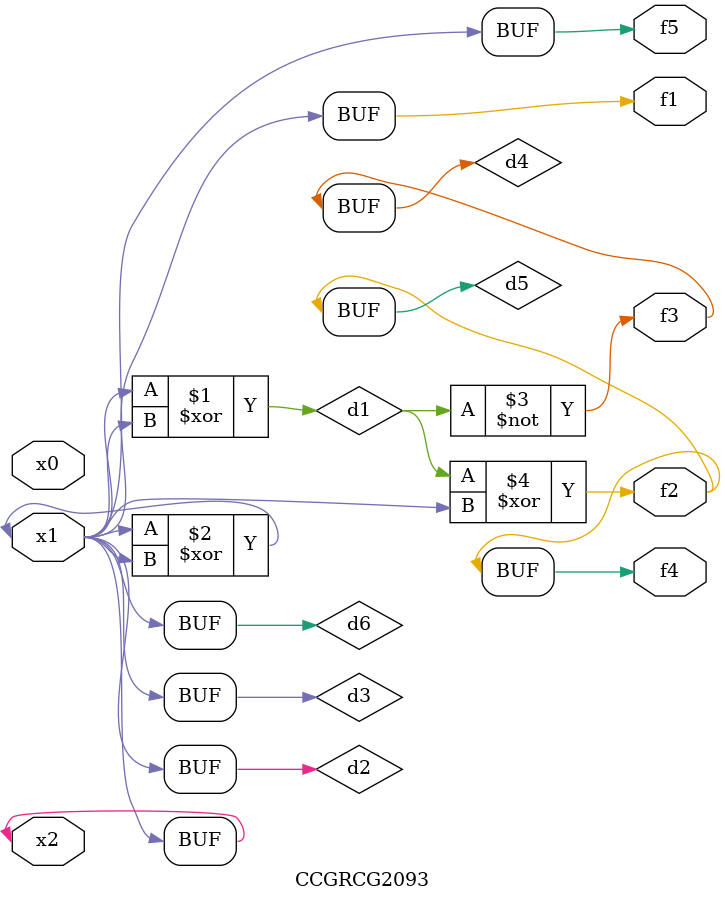
<source format=v>
module CCGRCG2093(
	input x0, x1, x2,
	output f1, f2, f3, f4, f5
);

	wire d1, d2, d3, d4, d5, d6;

	xor (d1, x1, x2);
	buf (d2, x1, x2);
	xor (d3, x1, x2);
	nor (d4, d1);
	xor (d5, d1, d2);
	buf (d6, d2, d3);
	assign f1 = d6;
	assign f2 = d5;
	assign f3 = d4;
	assign f4 = d5;
	assign f5 = d6;
endmodule

</source>
